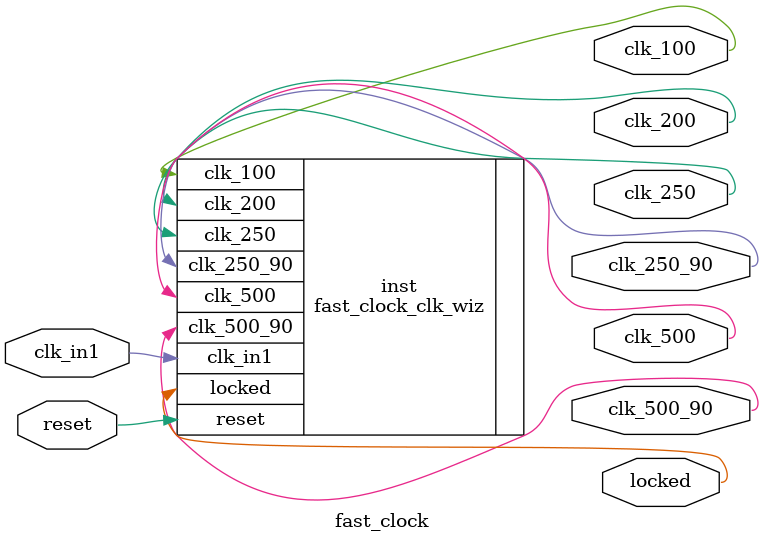
<source format=v>


`timescale 1ps/1ps

(* CORE_GENERATION_INFO = "fast_clock,clk_wiz_v5_4_3_0,{component_name=fast_clock,use_phase_alignment=true,use_min_o_jitter=false,use_max_i_jitter=false,use_dyn_phase_shift=false,use_inclk_switchover=false,use_dyn_reconfig=false,enable_axi=0,feedback_source=FDBK_AUTO,PRIMITIVE=MMCM,num_out_clk=6,clkin1_period=12.500,clkin2_period=10.000,use_power_down=false,use_reset=true,use_locked=true,use_inclk_stopped=false,feedback_type=SINGLE,CLOCK_MGR_TYPE=NA,manual_override=false}" *)

module fast_clock 
 (
  // Clock out ports
  output        clk_100,
  output        clk_200,
  output        clk_250,
  output        clk_250_90,
  output        clk_500,
  output        clk_500_90,
  // Status and control signals
  input         reset,
  output        locked,
 // Clock in ports
  input         clk_in1
 );

  fast_clock_clk_wiz inst
  (
  // Clock out ports  
  .clk_100(clk_100),
  .clk_200(clk_200),
  .clk_250(clk_250),
  .clk_250_90(clk_250_90),
  .clk_500(clk_500),
  .clk_500_90(clk_500_90),
  // Status and control signals               
  .reset(reset), 
  .locked(locked),
 // Clock in ports
  .clk_in1(clk_in1)
  );

endmodule

</source>
